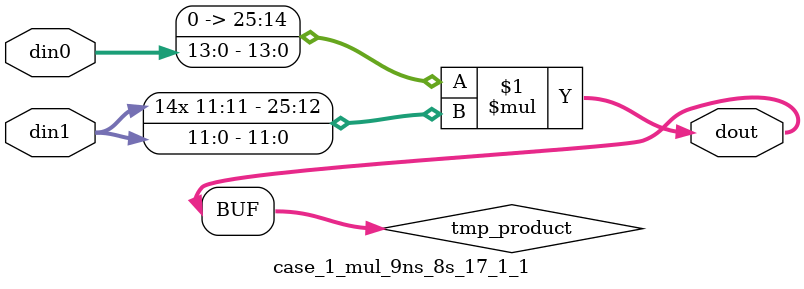
<source format=v>

`timescale 1 ns / 1 ps

 (* use_dsp = "no" *)  module case_1_mul_9ns_8s_17_1_1(din0, din1, dout);
parameter ID = 1;
parameter NUM_STAGE = 0;
parameter din0_WIDTH = 14;
parameter din1_WIDTH = 12;
parameter dout_WIDTH = 26;

input [din0_WIDTH - 1 : 0] din0; 
input [din1_WIDTH - 1 : 0] din1; 
output [dout_WIDTH - 1 : 0] dout;

wire signed [dout_WIDTH - 1 : 0] tmp_product;

























assign tmp_product = $signed({1'b0, din0}) * $signed(din1);










assign dout = tmp_product;





















endmodule

</source>
